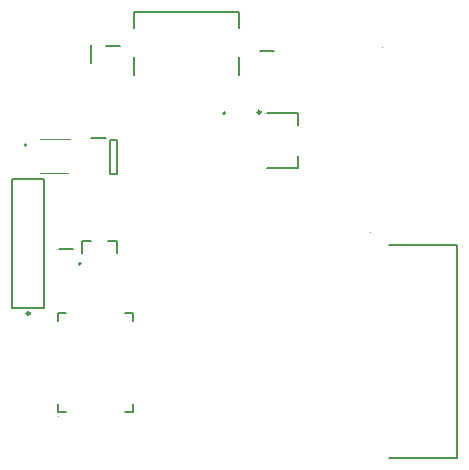
<source format=gbr>
%TF.GenerationSoftware,Altium Limited,Altium Designer,24.5.1 (21)*%
G04 Layer_Color=65535*
%FSLAX45Y45*%
%MOMM*%
%TF.SameCoordinates,468CC491-F43C-46A0-BE69-D19C9FF09BCB*%
%TF.FilePolarity,Positive*%
%TF.FileFunction,Legend,Top*%
%TF.Part,Single*%
G01*
G75*
%TA.AperFunction,NonConductor*%
%ADD40C,0.10000*%
%ADD41C,0.25000*%
%ADD42C,0.20000*%
%ADD43C,0.12700*%
%ADD44C,0.15000*%
D40*
X13775000Y6710000D02*
G03*
X13775000Y6710000I-5000J0D01*
G01*
X16520000Y9835000D02*
G03*
X16520000Y9825000I0J-5000D01*
G01*
D02*
G03*
X16520000Y9835000I0J5000D01*
G01*
X16414999Y8274400D02*
G03*
X16414999Y8264400I0J-5000D01*
G01*
D02*
G03*
X16414999Y8274400I0J5000D01*
G01*
X13614999Y9065000D02*
X13875000D01*
X13614999Y8775000D02*
X13860001D01*
D41*
X13532500Y7585999D02*
G03*
X13532500Y7585999I-12500J0D01*
G01*
X15487500Y9290000D02*
G03*
X15487500Y9290000I-12500J0D01*
G01*
D42*
X15189999Y9280000D02*
G03*
X15189999Y9280000I-10000J0D01*
G01*
X13495000Y9020000D02*
G03*
X13495000Y9000000I0J-10000D01*
G01*
D02*
G03*
X13495000Y9020000I0J10000D01*
G01*
X13964999Y8005000D02*
G03*
X13964999Y8005000I-10000J0D01*
G01*
X13770000Y6750000D02*
X13839500D01*
X14340500D02*
X14410001D01*
X13770000Y7590000D02*
X13839500D01*
X14340500D02*
X14410001D01*
X13770000Y6750000D02*
Y6820500D01*
Y7519500D02*
Y7590000D01*
X14410001Y6750000D02*
Y6820500D01*
Y7519500D02*
Y7590000D01*
X13385001Y7634499D02*
X13655000D01*
Y8725499D01*
X13385001D02*
X13655000D01*
X13385001Y7634499D02*
Y8725499D01*
X14050500Y9705000D02*
Y9857500D01*
X15539999Y9280000D02*
X15800000D01*
Y9180000D02*
Y9280000D01*
X15539999Y8820000D02*
X15800000D01*
Y8920000D01*
X14180000Y9850000D02*
X14300000D01*
X13780000Y8130000D02*
X13900000D01*
X16575000Y6364400D02*
X17150000D01*
Y8164400D01*
X16575000D02*
X17150000D01*
X15480000Y9810000D02*
X15600000D01*
X14210001Y9055000D02*
X14270000D01*
Y8765000D02*
Y9055000D01*
X14210001Y8765000D02*
X14270000D01*
X14210001D02*
Y9055000D01*
X14055000Y9070000D02*
X14175000D01*
D43*
X14413000Y9605000D02*
Y9755000D01*
X15307001Y9605000D02*
Y9755000D01*
X14413000Y10140000D02*
X15307001D01*
X14413000Y10005000D02*
Y10140000D01*
X15307001Y10005000D02*
Y10140000D01*
D44*
X13975000Y8095000D02*
Y8195000D01*
X14055000D01*
X14275000Y8095000D02*
Y8195000D01*
X14195000D02*
X14275000D01*
%TF.MD5,ec74455048775b926cf6dd8a492d49b7*%
M02*

</source>
